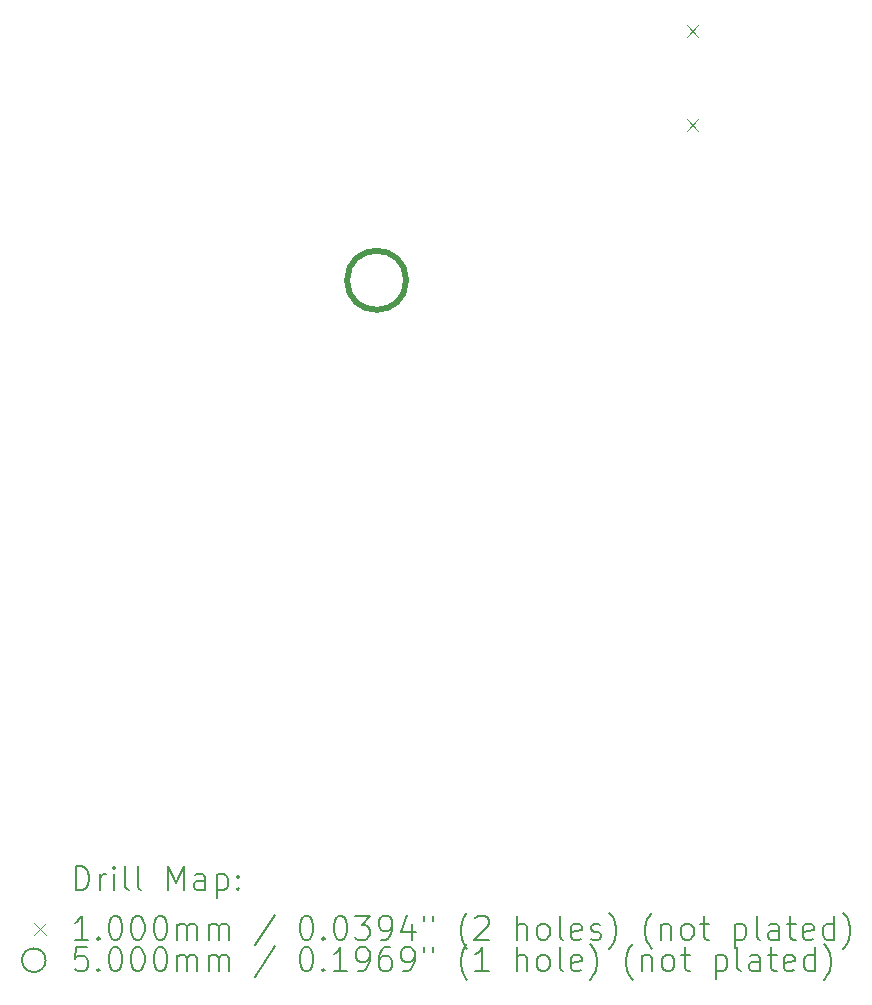
<source format=gbr>
%TF.GenerationSoftware,KiCad,Pcbnew,(6.0.11)*%
%TF.CreationDate,2024-09-03T20:48:06+02:00*%
%TF.ProjectId,tcbm2sd,7463626d-3273-4642-9e6b-696361645f70,1.2*%
%TF.SameCoordinates,Original*%
%TF.FileFunction,Drillmap*%
%TF.FilePolarity,Positive*%
%FSLAX45Y45*%
G04 Gerber Fmt 4.5, Leading zero omitted, Abs format (unit mm)*
G04 Created by KiCad (PCBNEW (6.0.11)) date 2024-09-03 20:48:06*
%MOMM*%
%LPD*%
G01*
G04 APERTURE LIST*
%ADD10C,0.200000*%
%ADD11C,0.100000*%
%ADD12C,0.500000*%
G04 APERTURE END LIST*
D10*
D11*
X17474240Y-8037160D02*
X17574240Y-8137160D01*
X17574240Y-8037160D02*
X17474240Y-8137160D01*
X17474240Y-8835160D02*
X17574240Y-8935160D01*
X17574240Y-8835160D02*
X17474240Y-8935160D01*
D12*
X15100110Y-10200360D02*
G75*
G03*
X15100110Y-10200360I-250000J0D01*
G01*
D10*
X12305229Y-15363336D02*
X12305229Y-15163336D01*
X12352848Y-15163336D01*
X12381419Y-15172860D01*
X12400467Y-15191908D01*
X12409991Y-15210955D01*
X12419515Y-15249050D01*
X12419515Y-15277622D01*
X12409991Y-15315717D01*
X12400467Y-15334765D01*
X12381419Y-15353812D01*
X12352848Y-15363336D01*
X12305229Y-15363336D01*
X12505229Y-15363336D02*
X12505229Y-15230003D01*
X12505229Y-15268098D02*
X12514753Y-15249050D01*
X12524277Y-15239527D01*
X12543324Y-15230003D01*
X12562372Y-15230003D01*
X12629038Y-15363336D02*
X12629038Y-15230003D01*
X12629038Y-15163336D02*
X12619515Y-15172860D01*
X12629038Y-15182384D01*
X12638562Y-15172860D01*
X12629038Y-15163336D01*
X12629038Y-15182384D01*
X12752848Y-15363336D02*
X12733800Y-15353812D01*
X12724277Y-15334765D01*
X12724277Y-15163336D01*
X12857610Y-15363336D02*
X12838562Y-15353812D01*
X12829038Y-15334765D01*
X12829038Y-15163336D01*
X13086181Y-15363336D02*
X13086181Y-15163336D01*
X13152848Y-15306193D01*
X13219515Y-15163336D01*
X13219515Y-15363336D01*
X13400467Y-15363336D02*
X13400467Y-15258574D01*
X13390943Y-15239527D01*
X13371896Y-15230003D01*
X13333800Y-15230003D01*
X13314753Y-15239527D01*
X13400467Y-15353812D02*
X13381419Y-15363336D01*
X13333800Y-15363336D01*
X13314753Y-15353812D01*
X13305229Y-15334765D01*
X13305229Y-15315717D01*
X13314753Y-15296669D01*
X13333800Y-15287146D01*
X13381419Y-15287146D01*
X13400467Y-15277622D01*
X13495705Y-15230003D02*
X13495705Y-15430003D01*
X13495705Y-15239527D02*
X13514753Y-15230003D01*
X13552848Y-15230003D01*
X13571896Y-15239527D01*
X13581419Y-15249050D01*
X13590943Y-15268098D01*
X13590943Y-15325241D01*
X13581419Y-15344288D01*
X13571896Y-15353812D01*
X13552848Y-15363336D01*
X13514753Y-15363336D01*
X13495705Y-15353812D01*
X13676658Y-15344288D02*
X13686181Y-15353812D01*
X13676658Y-15363336D01*
X13667134Y-15353812D01*
X13676658Y-15344288D01*
X13676658Y-15363336D01*
X13676658Y-15239527D02*
X13686181Y-15249050D01*
X13676658Y-15258574D01*
X13667134Y-15249050D01*
X13676658Y-15239527D01*
X13676658Y-15258574D01*
D11*
X11947610Y-15642860D02*
X12047610Y-15742860D01*
X12047610Y-15642860D02*
X11947610Y-15742860D01*
D10*
X12409991Y-15783336D02*
X12295705Y-15783336D01*
X12352848Y-15783336D02*
X12352848Y-15583336D01*
X12333800Y-15611908D01*
X12314753Y-15630955D01*
X12295705Y-15640479D01*
X12495705Y-15764288D02*
X12505229Y-15773812D01*
X12495705Y-15783336D01*
X12486181Y-15773812D01*
X12495705Y-15764288D01*
X12495705Y-15783336D01*
X12629038Y-15583336D02*
X12648086Y-15583336D01*
X12667134Y-15592860D01*
X12676658Y-15602384D01*
X12686181Y-15621431D01*
X12695705Y-15659527D01*
X12695705Y-15707146D01*
X12686181Y-15745241D01*
X12676658Y-15764288D01*
X12667134Y-15773812D01*
X12648086Y-15783336D01*
X12629038Y-15783336D01*
X12609991Y-15773812D01*
X12600467Y-15764288D01*
X12590943Y-15745241D01*
X12581419Y-15707146D01*
X12581419Y-15659527D01*
X12590943Y-15621431D01*
X12600467Y-15602384D01*
X12609991Y-15592860D01*
X12629038Y-15583336D01*
X12819515Y-15583336D02*
X12838562Y-15583336D01*
X12857610Y-15592860D01*
X12867134Y-15602384D01*
X12876658Y-15621431D01*
X12886181Y-15659527D01*
X12886181Y-15707146D01*
X12876658Y-15745241D01*
X12867134Y-15764288D01*
X12857610Y-15773812D01*
X12838562Y-15783336D01*
X12819515Y-15783336D01*
X12800467Y-15773812D01*
X12790943Y-15764288D01*
X12781419Y-15745241D01*
X12771896Y-15707146D01*
X12771896Y-15659527D01*
X12781419Y-15621431D01*
X12790943Y-15602384D01*
X12800467Y-15592860D01*
X12819515Y-15583336D01*
X13009991Y-15583336D02*
X13029038Y-15583336D01*
X13048086Y-15592860D01*
X13057610Y-15602384D01*
X13067134Y-15621431D01*
X13076658Y-15659527D01*
X13076658Y-15707146D01*
X13067134Y-15745241D01*
X13057610Y-15764288D01*
X13048086Y-15773812D01*
X13029038Y-15783336D01*
X13009991Y-15783336D01*
X12990943Y-15773812D01*
X12981419Y-15764288D01*
X12971896Y-15745241D01*
X12962372Y-15707146D01*
X12962372Y-15659527D01*
X12971896Y-15621431D01*
X12981419Y-15602384D01*
X12990943Y-15592860D01*
X13009991Y-15583336D01*
X13162372Y-15783336D02*
X13162372Y-15650003D01*
X13162372Y-15669050D02*
X13171896Y-15659527D01*
X13190943Y-15650003D01*
X13219515Y-15650003D01*
X13238562Y-15659527D01*
X13248086Y-15678574D01*
X13248086Y-15783336D01*
X13248086Y-15678574D02*
X13257610Y-15659527D01*
X13276658Y-15650003D01*
X13305229Y-15650003D01*
X13324277Y-15659527D01*
X13333800Y-15678574D01*
X13333800Y-15783336D01*
X13429038Y-15783336D02*
X13429038Y-15650003D01*
X13429038Y-15669050D02*
X13438562Y-15659527D01*
X13457610Y-15650003D01*
X13486181Y-15650003D01*
X13505229Y-15659527D01*
X13514753Y-15678574D01*
X13514753Y-15783336D01*
X13514753Y-15678574D02*
X13524277Y-15659527D01*
X13543324Y-15650003D01*
X13571896Y-15650003D01*
X13590943Y-15659527D01*
X13600467Y-15678574D01*
X13600467Y-15783336D01*
X13990943Y-15573812D02*
X13819515Y-15830955D01*
X14248086Y-15583336D02*
X14267134Y-15583336D01*
X14286181Y-15592860D01*
X14295705Y-15602384D01*
X14305229Y-15621431D01*
X14314753Y-15659527D01*
X14314753Y-15707146D01*
X14305229Y-15745241D01*
X14295705Y-15764288D01*
X14286181Y-15773812D01*
X14267134Y-15783336D01*
X14248086Y-15783336D01*
X14229038Y-15773812D01*
X14219515Y-15764288D01*
X14209991Y-15745241D01*
X14200467Y-15707146D01*
X14200467Y-15659527D01*
X14209991Y-15621431D01*
X14219515Y-15602384D01*
X14229038Y-15592860D01*
X14248086Y-15583336D01*
X14400467Y-15764288D02*
X14409991Y-15773812D01*
X14400467Y-15783336D01*
X14390943Y-15773812D01*
X14400467Y-15764288D01*
X14400467Y-15783336D01*
X14533800Y-15583336D02*
X14552848Y-15583336D01*
X14571896Y-15592860D01*
X14581419Y-15602384D01*
X14590943Y-15621431D01*
X14600467Y-15659527D01*
X14600467Y-15707146D01*
X14590943Y-15745241D01*
X14581419Y-15764288D01*
X14571896Y-15773812D01*
X14552848Y-15783336D01*
X14533800Y-15783336D01*
X14514753Y-15773812D01*
X14505229Y-15764288D01*
X14495705Y-15745241D01*
X14486181Y-15707146D01*
X14486181Y-15659527D01*
X14495705Y-15621431D01*
X14505229Y-15602384D01*
X14514753Y-15592860D01*
X14533800Y-15583336D01*
X14667134Y-15583336D02*
X14790943Y-15583336D01*
X14724277Y-15659527D01*
X14752848Y-15659527D01*
X14771896Y-15669050D01*
X14781419Y-15678574D01*
X14790943Y-15697622D01*
X14790943Y-15745241D01*
X14781419Y-15764288D01*
X14771896Y-15773812D01*
X14752848Y-15783336D01*
X14695705Y-15783336D01*
X14676658Y-15773812D01*
X14667134Y-15764288D01*
X14886181Y-15783336D02*
X14924277Y-15783336D01*
X14943324Y-15773812D01*
X14952848Y-15764288D01*
X14971896Y-15735717D01*
X14981419Y-15697622D01*
X14981419Y-15621431D01*
X14971896Y-15602384D01*
X14962372Y-15592860D01*
X14943324Y-15583336D01*
X14905229Y-15583336D01*
X14886181Y-15592860D01*
X14876658Y-15602384D01*
X14867134Y-15621431D01*
X14867134Y-15669050D01*
X14876658Y-15688098D01*
X14886181Y-15697622D01*
X14905229Y-15707146D01*
X14943324Y-15707146D01*
X14962372Y-15697622D01*
X14971896Y-15688098D01*
X14981419Y-15669050D01*
X15152848Y-15650003D02*
X15152848Y-15783336D01*
X15105229Y-15573812D02*
X15057610Y-15716669D01*
X15181419Y-15716669D01*
X15248086Y-15583336D02*
X15248086Y-15621431D01*
X15324277Y-15583336D02*
X15324277Y-15621431D01*
X15619515Y-15859527D02*
X15609991Y-15850003D01*
X15590943Y-15821431D01*
X15581419Y-15802384D01*
X15571896Y-15773812D01*
X15562372Y-15726193D01*
X15562372Y-15688098D01*
X15571896Y-15640479D01*
X15581419Y-15611908D01*
X15590943Y-15592860D01*
X15609991Y-15564288D01*
X15619515Y-15554765D01*
X15686181Y-15602384D02*
X15695705Y-15592860D01*
X15714753Y-15583336D01*
X15762372Y-15583336D01*
X15781419Y-15592860D01*
X15790943Y-15602384D01*
X15800467Y-15621431D01*
X15800467Y-15640479D01*
X15790943Y-15669050D01*
X15676658Y-15783336D01*
X15800467Y-15783336D01*
X16038562Y-15783336D02*
X16038562Y-15583336D01*
X16124277Y-15783336D02*
X16124277Y-15678574D01*
X16114753Y-15659527D01*
X16095705Y-15650003D01*
X16067134Y-15650003D01*
X16048086Y-15659527D01*
X16038562Y-15669050D01*
X16248086Y-15783336D02*
X16229038Y-15773812D01*
X16219515Y-15764288D01*
X16209991Y-15745241D01*
X16209991Y-15688098D01*
X16219515Y-15669050D01*
X16229038Y-15659527D01*
X16248086Y-15650003D01*
X16276658Y-15650003D01*
X16295705Y-15659527D01*
X16305229Y-15669050D01*
X16314753Y-15688098D01*
X16314753Y-15745241D01*
X16305229Y-15764288D01*
X16295705Y-15773812D01*
X16276658Y-15783336D01*
X16248086Y-15783336D01*
X16429038Y-15783336D02*
X16409991Y-15773812D01*
X16400467Y-15754765D01*
X16400467Y-15583336D01*
X16581419Y-15773812D02*
X16562372Y-15783336D01*
X16524277Y-15783336D01*
X16505229Y-15773812D01*
X16495705Y-15754765D01*
X16495705Y-15678574D01*
X16505229Y-15659527D01*
X16524277Y-15650003D01*
X16562372Y-15650003D01*
X16581419Y-15659527D01*
X16590943Y-15678574D01*
X16590943Y-15697622D01*
X16495705Y-15716669D01*
X16667134Y-15773812D02*
X16686181Y-15783336D01*
X16724277Y-15783336D01*
X16743324Y-15773812D01*
X16752848Y-15754765D01*
X16752848Y-15745241D01*
X16743324Y-15726193D01*
X16724277Y-15716669D01*
X16695705Y-15716669D01*
X16676658Y-15707146D01*
X16667134Y-15688098D01*
X16667134Y-15678574D01*
X16676658Y-15659527D01*
X16695705Y-15650003D01*
X16724277Y-15650003D01*
X16743324Y-15659527D01*
X16819515Y-15859527D02*
X16829039Y-15850003D01*
X16848086Y-15821431D01*
X16857610Y-15802384D01*
X16867134Y-15773812D01*
X16876658Y-15726193D01*
X16876658Y-15688098D01*
X16867134Y-15640479D01*
X16857610Y-15611908D01*
X16848086Y-15592860D01*
X16829039Y-15564288D01*
X16819515Y-15554765D01*
X17181420Y-15859527D02*
X17171896Y-15850003D01*
X17152848Y-15821431D01*
X17143324Y-15802384D01*
X17133800Y-15773812D01*
X17124277Y-15726193D01*
X17124277Y-15688098D01*
X17133800Y-15640479D01*
X17143324Y-15611908D01*
X17152848Y-15592860D01*
X17171896Y-15564288D01*
X17181420Y-15554765D01*
X17257610Y-15650003D02*
X17257610Y-15783336D01*
X17257610Y-15669050D02*
X17267134Y-15659527D01*
X17286181Y-15650003D01*
X17314753Y-15650003D01*
X17333800Y-15659527D01*
X17343324Y-15678574D01*
X17343324Y-15783336D01*
X17467134Y-15783336D02*
X17448086Y-15773812D01*
X17438562Y-15764288D01*
X17429039Y-15745241D01*
X17429039Y-15688098D01*
X17438562Y-15669050D01*
X17448086Y-15659527D01*
X17467134Y-15650003D01*
X17495705Y-15650003D01*
X17514753Y-15659527D01*
X17524277Y-15669050D01*
X17533800Y-15688098D01*
X17533800Y-15745241D01*
X17524277Y-15764288D01*
X17514753Y-15773812D01*
X17495705Y-15783336D01*
X17467134Y-15783336D01*
X17590943Y-15650003D02*
X17667134Y-15650003D01*
X17619515Y-15583336D02*
X17619515Y-15754765D01*
X17629039Y-15773812D01*
X17648086Y-15783336D01*
X17667134Y-15783336D01*
X17886181Y-15650003D02*
X17886181Y-15850003D01*
X17886181Y-15659527D02*
X17905229Y-15650003D01*
X17943324Y-15650003D01*
X17962372Y-15659527D01*
X17971896Y-15669050D01*
X17981420Y-15688098D01*
X17981420Y-15745241D01*
X17971896Y-15764288D01*
X17962372Y-15773812D01*
X17943324Y-15783336D01*
X17905229Y-15783336D01*
X17886181Y-15773812D01*
X18095705Y-15783336D02*
X18076658Y-15773812D01*
X18067134Y-15754765D01*
X18067134Y-15583336D01*
X18257610Y-15783336D02*
X18257610Y-15678574D01*
X18248086Y-15659527D01*
X18229039Y-15650003D01*
X18190943Y-15650003D01*
X18171896Y-15659527D01*
X18257610Y-15773812D02*
X18238562Y-15783336D01*
X18190943Y-15783336D01*
X18171896Y-15773812D01*
X18162372Y-15754765D01*
X18162372Y-15735717D01*
X18171896Y-15716669D01*
X18190943Y-15707146D01*
X18238562Y-15707146D01*
X18257610Y-15697622D01*
X18324277Y-15650003D02*
X18400467Y-15650003D01*
X18352848Y-15583336D02*
X18352848Y-15754765D01*
X18362372Y-15773812D01*
X18381420Y-15783336D01*
X18400467Y-15783336D01*
X18543324Y-15773812D02*
X18524277Y-15783336D01*
X18486181Y-15783336D01*
X18467134Y-15773812D01*
X18457610Y-15754765D01*
X18457610Y-15678574D01*
X18467134Y-15659527D01*
X18486181Y-15650003D01*
X18524277Y-15650003D01*
X18543324Y-15659527D01*
X18552848Y-15678574D01*
X18552848Y-15697622D01*
X18457610Y-15716669D01*
X18724277Y-15783336D02*
X18724277Y-15583336D01*
X18724277Y-15773812D02*
X18705229Y-15783336D01*
X18667134Y-15783336D01*
X18648086Y-15773812D01*
X18638562Y-15764288D01*
X18629039Y-15745241D01*
X18629039Y-15688098D01*
X18638562Y-15669050D01*
X18648086Y-15659527D01*
X18667134Y-15650003D01*
X18705229Y-15650003D01*
X18724277Y-15659527D01*
X18800467Y-15859527D02*
X18809991Y-15850003D01*
X18829039Y-15821431D01*
X18838562Y-15802384D01*
X18848086Y-15773812D01*
X18857610Y-15726193D01*
X18857610Y-15688098D01*
X18848086Y-15640479D01*
X18838562Y-15611908D01*
X18829039Y-15592860D01*
X18809991Y-15564288D01*
X18800467Y-15554765D01*
X12047610Y-15956860D02*
G75*
G03*
X12047610Y-15956860I-100000J0D01*
G01*
X12400467Y-15847336D02*
X12305229Y-15847336D01*
X12295705Y-15942574D01*
X12305229Y-15933050D01*
X12324277Y-15923527D01*
X12371896Y-15923527D01*
X12390943Y-15933050D01*
X12400467Y-15942574D01*
X12409991Y-15961622D01*
X12409991Y-16009241D01*
X12400467Y-16028288D01*
X12390943Y-16037812D01*
X12371896Y-16047336D01*
X12324277Y-16047336D01*
X12305229Y-16037812D01*
X12295705Y-16028288D01*
X12495705Y-16028288D02*
X12505229Y-16037812D01*
X12495705Y-16047336D01*
X12486181Y-16037812D01*
X12495705Y-16028288D01*
X12495705Y-16047336D01*
X12629038Y-15847336D02*
X12648086Y-15847336D01*
X12667134Y-15856860D01*
X12676658Y-15866384D01*
X12686181Y-15885431D01*
X12695705Y-15923527D01*
X12695705Y-15971146D01*
X12686181Y-16009241D01*
X12676658Y-16028288D01*
X12667134Y-16037812D01*
X12648086Y-16047336D01*
X12629038Y-16047336D01*
X12609991Y-16037812D01*
X12600467Y-16028288D01*
X12590943Y-16009241D01*
X12581419Y-15971146D01*
X12581419Y-15923527D01*
X12590943Y-15885431D01*
X12600467Y-15866384D01*
X12609991Y-15856860D01*
X12629038Y-15847336D01*
X12819515Y-15847336D02*
X12838562Y-15847336D01*
X12857610Y-15856860D01*
X12867134Y-15866384D01*
X12876658Y-15885431D01*
X12886181Y-15923527D01*
X12886181Y-15971146D01*
X12876658Y-16009241D01*
X12867134Y-16028288D01*
X12857610Y-16037812D01*
X12838562Y-16047336D01*
X12819515Y-16047336D01*
X12800467Y-16037812D01*
X12790943Y-16028288D01*
X12781419Y-16009241D01*
X12771896Y-15971146D01*
X12771896Y-15923527D01*
X12781419Y-15885431D01*
X12790943Y-15866384D01*
X12800467Y-15856860D01*
X12819515Y-15847336D01*
X13009991Y-15847336D02*
X13029038Y-15847336D01*
X13048086Y-15856860D01*
X13057610Y-15866384D01*
X13067134Y-15885431D01*
X13076658Y-15923527D01*
X13076658Y-15971146D01*
X13067134Y-16009241D01*
X13057610Y-16028288D01*
X13048086Y-16037812D01*
X13029038Y-16047336D01*
X13009991Y-16047336D01*
X12990943Y-16037812D01*
X12981419Y-16028288D01*
X12971896Y-16009241D01*
X12962372Y-15971146D01*
X12962372Y-15923527D01*
X12971896Y-15885431D01*
X12981419Y-15866384D01*
X12990943Y-15856860D01*
X13009991Y-15847336D01*
X13162372Y-16047336D02*
X13162372Y-15914003D01*
X13162372Y-15933050D02*
X13171896Y-15923527D01*
X13190943Y-15914003D01*
X13219515Y-15914003D01*
X13238562Y-15923527D01*
X13248086Y-15942574D01*
X13248086Y-16047336D01*
X13248086Y-15942574D02*
X13257610Y-15923527D01*
X13276658Y-15914003D01*
X13305229Y-15914003D01*
X13324277Y-15923527D01*
X13333800Y-15942574D01*
X13333800Y-16047336D01*
X13429038Y-16047336D02*
X13429038Y-15914003D01*
X13429038Y-15933050D02*
X13438562Y-15923527D01*
X13457610Y-15914003D01*
X13486181Y-15914003D01*
X13505229Y-15923527D01*
X13514753Y-15942574D01*
X13514753Y-16047336D01*
X13514753Y-15942574D02*
X13524277Y-15923527D01*
X13543324Y-15914003D01*
X13571896Y-15914003D01*
X13590943Y-15923527D01*
X13600467Y-15942574D01*
X13600467Y-16047336D01*
X13990943Y-15837812D02*
X13819515Y-16094955D01*
X14248086Y-15847336D02*
X14267134Y-15847336D01*
X14286181Y-15856860D01*
X14295705Y-15866384D01*
X14305229Y-15885431D01*
X14314753Y-15923527D01*
X14314753Y-15971146D01*
X14305229Y-16009241D01*
X14295705Y-16028288D01*
X14286181Y-16037812D01*
X14267134Y-16047336D01*
X14248086Y-16047336D01*
X14229038Y-16037812D01*
X14219515Y-16028288D01*
X14209991Y-16009241D01*
X14200467Y-15971146D01*
X14200467Y-15923527D01*
X14209991Y-15885431D01*
X14219515Y-15866384D01*
X14229038Y-15856860D01*
X14248086Y-15847336D01*
X14400467Y-16028288D02*
X14409991Y-16037812D01*
X14400467Y-16047336D01*
X14390943Y-16037812D01*
X14400467Y-16028288D01*
X14400467Y-16047336D01*
X14600467Y-16047336D02*
X14486181Y-16047336D01*
X14543324Y-16047336D02*
X14543324Y-15847336D01*
X14524277Y-15875908D01*
X14505229Y-15894955D01*
X14486181Y-15904479D01*
X14695705Y-16047336D02*
X14733800Y-16047336D01*
X14752848Y-16037812D01*
X14762372Y-16028288D01*
X14781419Y-15999717D01*
X14790943Y-15961622D01*
X14790943Y-15885431D01*
X14781419Y-15866384D01*
X14771896Y-15856860D01*
X14752848Y-15847336D01*
X14714753Y-15847336D01*
X14695705Y-15856860D01*
X14686181Y-15866384D01*
X14676658Y-15885431D01*
X14676658Y-15933050D01*
X14686181Y-15952098D01*
X14695705Y-15961622D01*
X14714753Y-15971146D01*
X14752848Y-15971146D01*
X14771896Y-15961622D01*
X14781419Y-15952098D01*
X14790943Y-15933050D01*
X14962372Y-15847336D02*
X14924277Y-15847336D01*
X14905229Y-15856860D01*
X14895705Y-15866384D01*
X14876658Y-15894955D01*
X14867134Y-15933050D01*
X14867134Y-16009241D01*
X14876658Y-16028288D01*
X14886181Y-16037812D01*
X14905229Y-16047336D01*
X14943324Y-16047336D01*
X14962372Y-16037812D01*
X14971896Y-16028288D01*
X14981419Y-16009241D01*
X14981419Y-15961622D01*
X14971896Y-15942574D01*
X14962372Y-15933050D01*
X14943324Y-15923527D01*
X14905229Y-15923527D01*
X14886181Y-15933050D01*
X14876658Y-15942574D01*
X14867134Y-15961622D01*
X15076658Y-16047336D02*
X15114753Y-16047336D01*
X15133800Y-16037812D01*
X15143324Y-16028288D01*
X15162372Y-15999717D01*
X15171896Y-15961622D01*
X15171896Y-15885431D01*
X15162372Y-15866384D01*
X15152848Y-15856860D01*
X15133800Y-15847336D01*
X15095705Y-15847336D01*
X15076658Y-15856860D01*
X15067134Y-15866384D01*
X15057610Y-15885431D01*
X15057610Y-15933050D01*
X15067134Y-15952098D01*
X15076658Y-15961622D01*
X15095705Y-15971146D01*
X15133800Y-15971146D01*
X15152848Y-15961622D01*
X15162372Y-15952098D01*
X15171896Y-15933050D01*
X15248086Y-15847336D02*
X15248086Y-15885431D01*
X15324277Y-15847336D02*
X15324277Y-15885431D01*
X15619515Y-16123527D02*
X15609991Y-16114003D01*
X15590943Y-16085431D01*
X15581419Y-16066384D01*
X15571896Y-16037812D01*
X15562372Y-15990193D01*
X15562372Y-15952098D01*
X15571896Y-15904479D01*
X15581419Y-15875908D01*
X15590943Y-15856860D01*
X15609991Y-15828288D01*
X15619515Y-15818765D01*
X15800467Y-16047336D02*
X15686181Y-16047336D01*
X15743324Y-16047336D02*
X15743324Y-15847336D01*
X15724277Y-15875908D01*
X15705229Y-15894955D01*
X15686181Y-15904479D01*
X16038562Y-16047336D02*
X16038562Y-15847336D01*
X16124277Y-16047336D02*
X16124277Y-15942574D01*
X16114753Y-15923527D01*
X16095705Y-15914003D01*
X16067134Y-15914003D01*
X16048086Y-15923527D01*
X16038562Y-15933050D01*
X16248086Y-16047336D02*
X16229038Y-16037812D01*
X16219515Y-16028288D01*
X16209991Y-16009241D01*
X16209991Y-15952098D01*
X16219515Y-15933050D01*
X16229038Y-15923527D01*
X16248086Y-15914003D01*
X16276658Y-15914003D01*
X16295705Y-15923527D01*
X16305229Y-15933050D01*
X16314753Y-15952098D01*
X16314753Y-16009241D01*
X16305229Y-16028288D01*
X16295705Y-16037812D01*
X16276658Y-16047336D01*
X16248086Y-16047336D01*
X16429038Y-16047336D02*
X16409991Y-16037812D01*
X16400467Y-16018765D01*
X16400467Y-15847336D01*
X16581419Y-16037812D02*
X16562372Y-16047336D01*
X16524277Y-16047336D01*
X16505229Y-16037812D01*
X16495705Y-16018765D01*
X16495705Y-15942574D01*
X16505229Y-15923527D01*
X16524277Y-15914003D01*
X16562372Y-15914003D01*
X16581419Y-15923527D01*
X16590943Y-15942574D01*
X16590943Y-15961622D01*
X16495705Y-15980669D01*
X16657610Y-16123527D02*
X16667134Y-16114003D01*
X16686181Y-16085431D01*
X16695705Y-16066384D01*
X16705229Y-16037812D01*
X16714753Y-15990193D01*
X16714753Y-15952098D01*
X16705229Y-15904479D01*
X16695705Y-15875908D01*
X16686181Y-15856860D01*
X16667134Y-15828288D01*
X16657610Y-15818765D01*
X17019515Y-16123527D02*
X17009991Y-16114003D01*
X16990943Y-16085431D01*
X16981420Y-16066384D01*
X16971896Y-16037812D01*
X16962372Y-15990193D01*
X16962372Y-15952098D01*
X16971896Y-15904479D01*
X16981420Y-15875908D01*
X16990943Y-15856860D01*
X17009991Y-15828288D01*
X17019515Y-15818765D01*
X17095705Y-15914003D02*
X17095705Y-16047336D01*
X17095705Y-15933050D02*
X17105229Y-15923527D01*
X17124277Y-15914003D01*
X17152848Y-15914003D01*
X17171896Y-15923527D01*
X17181420Y-15942574D01*
X17181420Y-16047336D01*
X17305229Y-16047336D02*
X17286181Y-16037812D01*
X17276658Y-16028288D01*
X17267134Y-16009241D01*
X17267134Y-15952098D01*
X17276658Y-15933050D01*
X17286181Y-15923527D01*
X17305229Y-15914003D01*
X17333800Y-15914003D01*
X17352848Y-15923527D01*
X17362372Y-15933050D01*
X17371896Y-15952098D01*
X17371896Y-16009241D01*
X17362372Y-16028288D01*
X17352848Y-16037812D01*
X17333800Y-16047336D01*
X17305229Y-16047336D01*
X17429039Y-15914003D02*
X17505229Y-15914003D01*
X17457610Y-15847336D02*
X17457610Y-16018765D01*
X17467134Y-16037812D01*
X17486181Y-16047336D01*
X17505229Y-16047336D01*
X17724277Y-15914003D02*
X17724277Y-16114003D01*
X17724277Y-15923527D02*
X17743324Y-15914003D01*
X17781420Y-15914003D01*
X17800467Y-15923527D01*
X17809991Y-15933050D01*
X17819515Y-15952098D01*
X17819515Y-16009241D01*
X17809991Y-16028288D01*
X17800467Y-16037812D01*
X17781420Y-16047336D01*
X17743324Y-16047336D01*
X17724277Y-16037812D01*
X17933800Y-16047336D02*
X17914753Y-16037812D01*
X17905229Y-16018765D01*
X17905229Y-15847336D01*
X18095705Y-16047336D02*
X18095705Y-15942574D01*
X18086181Y-15923527D01*
X18067134Y-15914003D01*
X18029039Y-15914003D01*
X18009991Y-15923527D01*
X18095705Y-16037812D02*
X18076658Y-16047336D01*
X18029039Y-16047336D01*
X18009991Y-16037812D01*
X18000467Y-16018765D01*
X18000467Y-15999717D01*
X18009991Y-15980669D01*
X18029039Y-15971146D01*
X18076658Y-15971146D01*
X18095705Y-15961622D01*
X18162372Y-15914003D02*
X18238562Y-15914003D01*
X18190943Y-15847336D02*
X18190943Y-16018765D01*
X18200467Y-16037812D01*
X18219515Y-16047336D01*
X18238562Y-16047336D01*
X18381420Y-16037812D02*
X18362372Y-16047336D01*
X18324277Y-16047336D01*
X18305229Y-16037812D01*
X18295705Y-16018765D01*
X18295705Y-15942574D01*
X18305229Y-15923527D01*
X18324277Y-15914003D01*
X18362372Y-15914003D01*
X18381420Y-15923527D01*
X18390943Y-15942574D01*
X18390943Y-15961622D01*
X18295705Y-15980669D01*
X18562372Y-16047336D02*
X18562372Y-15847336D01*
X18562372Y-16037812D02*
X18543324Y-16047336D01*
X18505229Y-16047336D01*
X18486181Y-16037812D01*
X18476658Y-16028288D01*
X18467134Y-16009241D01*
X18467134Y-15952098D01*
X18476658Y-15933050D01*
X18486181Y-15923527D01*
X18505229Y-15914003D01*
X18543324Y-15914003D01*
X18562372Y-15923527D01*
X18638562Y-16123527D02*
X18648086Y-16114003D01*
X18667134Y-16085431D01*
X18676658Y-16066384D01*
X18686181Y-16037812D01*
X18695705Y-15990193D01*
X18695705Y-15952098D01*
X18686181Y-15904479D01*
X18676658Y-15875908D01*
X18667134Y-15856860D01*
X18648086Y-15828288D01*
X18638562Y-15818765D01*
M02*

</source>
